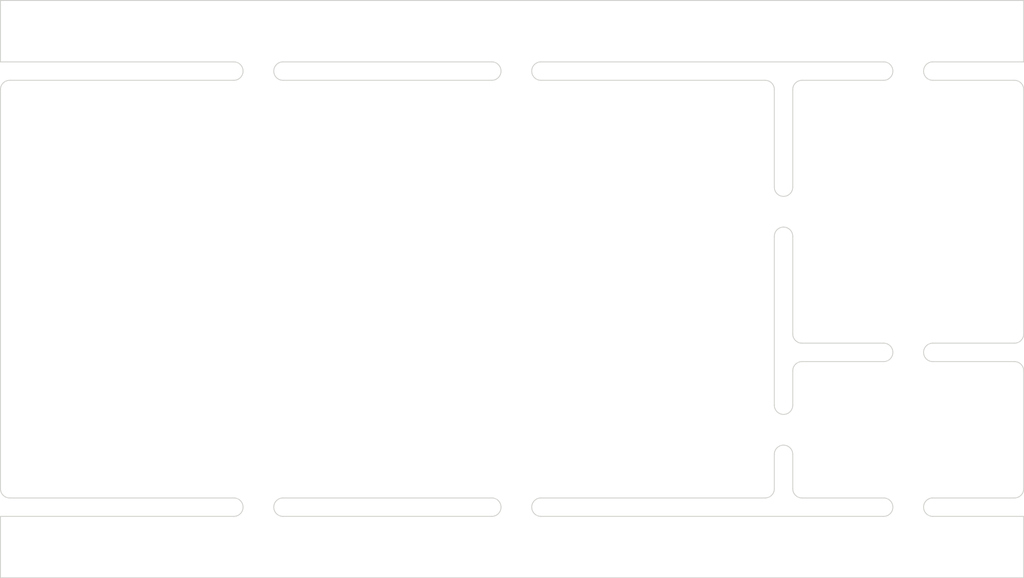
<source format=kicad_pcb>
(kicad_pcb (version 20171130) (host pcbnew "(5.1.9-0-10_14)")

  (general
    (thickness 1.6)
    (drawings 68)
    (tracks 0)
    (zones 0)
    (modules 13)
    (nets 1)
  )

  (page A4)
  (layers
    (0 F.Cu signal)
    (1 GND power)
    (2 PWR power)
    (31 B.Cu signal)
    (32 B.Adhes user)
    (33 F.Adhes user)
    (34 B.Paste user)
    (35 F.Paste user)
    (36 B.SilkS user)
    (37 F.SilkS user)
    (38 B.Mask user)
    (39 F.Mask user)
    (40 Dwgs.User user)
    (41 Cmts.User user)
    (42 Eco1.User user)
    (43 Eco2.User user)
    (44 Edge.Cuts user)
    (45 Margin user)
    (46 B.CrtYd user)
    (47 F.CrtYd user)
    (48 B.Fab user)
    (49 F.Fab user)
  )

  (setup
    (last_trace_width 0.2)
    (trace_clearance 0.2)
    (zone_clearance 0.2032)
    (zone_45_only no)
    (trace_min 0.1524)
    (via_size 0.6)
    (via_drill 0.3)
    (via_min_size 0.5)
    (via_min_drill 0.2)
    (uvia_size 0.3)
    (uvia_drill 0.1)
    (uvias_allowed no)
    (uvia_min_size 0.2)
    (uvia_min_drill 0.1)
    (edge_width 0.15)
    (segment_width 0.2)
    (pcb_text_width 0.125)
    (pcb_text_size 0.5 0.5)
    (mod_edge_width 0.05)
    (mod_text_size 0.6 0.6)
    (mod_text_width 0.125)
    (pad_size 0.6 0.6)
    (pad_drill 0.3)
    (pad_to_mask_clearance 0.045)
    (solder_mask_min_width 0.11)
    (aux_axis_origin 56 50)
    (grid_origin 56 50)
    (visible_elements FFFFF7FF)
    (pcbplotparams
      (layerselection 0x010f8_ffffffff)
      (usegerberextensions true)
      (usegerberattributes false)
      (usegerberadvancedattributes false)
      (creategerberjobfile false)
      (excludeedgelayer true)
      (linewidth 0.100000)
      (plotframeref false)
      (viasonmask false)
      (mode 1)
      (useauxorigin false)
      (hpglpennumber 1)
      (hpglpenspeed 20)
      (hpglpendiameter 15.000000)
      (psnegative false)
      (psa4output false)
      (plotreference true)
      (plotvalue true)
      (plotinvisibletext false)
      (padsonsilk false)
      (subtractmaskfromsilk false)
      (outputformat 1)
      (mirror false)
      (drillshape 0)
      (scaleselection 1)
      (outputdirectory "fab/"))
  )

  (net 0 "")

  (net_class Default "This is the default net class."
    (clearance 0.2)
    (trace_width 0.2)
    (via_dia 0.6)
    (via_drill 0.3)
    (uvia_dia 0.3)
    (uvia_drill 0.1)
  )

  (net_class DISPLAY ""
    (clearance 0.1524)
    (trace_width 0.1524)
    (via_dia 0.508)
    (via_drill 0.254)
    (uvia_dia 0.3)
    (uvia_drill 0.1)
    (diff_pair_width 0.175)
    (diff_pair_gap 0.1524)
  )

  (net_class POWER ""
    (clearance 0.2)
    (trace_width 0.25)
    (via_dia 0.6)
    (via_drill 0.3)
    (uvia_dia 0.3)
    (uvia_drill 0.1)
  )

  (module panelization:mouse-bite-3mm-slot (layer F.Cu) (tedit 60116438) (tstamp 6011C3B2)
    (at 183.5 119.9 90)
    (fp_text reference REF** (at 0 2.35 90) (layer F.SilkS) hide
      (effects (font (size 1 1) (thickness 0.2)))
    )
    (fp_text value mouse-bite-3mm-slot (at 0 -2.3 90) (layer F.Fab)
      (effects (font (size 1 1) (thickness 0.2)))
    )
    (fp_arc (start 4 0) (end 4 -1.5) (angle -180) (layer Dwgs.User) (width 0.15))
    (fp_arc (start -4 0) (end -4 1.5) (angle -180) (layer Dwgs.User) (width 0.15))
    (pad "" np_thru_hole circle (at 0.75 1.25 90) (size 0.5 0.5) (drill 0.5) (layers *.Cu *.Mask))
    (pad "" np_thru_hole circle (at -0.75 1.25 90) (size 0.5 0.5) (drill 0.5) (layers *.Cu *.Mask))
    (pad "" np_thru_hole circle (at -0.75 -1.25 90) (size 0.5 0.5) (drill 0.5) (layers *.Cu *.Mask))
    (pad "" np_thru_hole circle (at 0.75 -1.25 90) (size 0.5 0.5) (drill 0.5) (layers *.Cu *.Mask))
    (pad "" np_thru_hole circle (at 0 1.25 90) (size 0.5 0.5) (drill 0.5) (layers *.Cu *.Mask))
    (pad "" np_thru_hole circle (at 0 -1.25 90) (size 0.5 0.5) (drill 0.5) (layers *.Cu *.Mask))
    (pad "" np_thru_hole circle (at -1.5 1.25 90) (size 0.5 0.5) (drill 0.5) (layers *.Cu *.Mask))
    (pad "" np_thru_hole circle (at -2.25 1.25 90) (size 0.5 0.5) (drill 0.5) (layers *.Cu *.Mask))
    (pad "" np_thru_hole circle (at 1.5 1.25 90) (size 0.5 0.5) (drill 0.5) (layers *.Cu *.Mask))
    (pad "" np_thru_hole circle (at 2.25 1.25 90) (size 0.5 0.5) (drill 0.5) (layers *.Cu *.Mask))
    (pad "" np_thru_hole circle (at 1.5 -1.25 90) (size 0.5 0.5) (drill 0.5) (layers *.Cu *.Mask))
    (pad "" np_thru_hole circle (at 2.25 -1.25 90) (size 0.5 0.5) (drill 0.5) (layers *.Cu *.Mask))
    (pad "" np_thru_hole circle (at -2.25 -1.25 90) (size 0.5 0.5) (drill 0.5) (layers *.Cu *.Mask))
    (pad "" np_thru_hole circle (at -1.5 -1.25 90) (size 0.5 0.5) (drill 0.5) (layers *.Cu *.Mask))
  )

  (module panelization:mouse-bite-3mm-slot (layer F.Cu) (tedit 60116438) (tstamp 6011C3B2)
    (at 183.5 84.4 90)
    (fp_text reference REF** (at 0 2.35 90) (layer F.SilkS) hide
      (effects (font (size 1 1) (thickness 0.2)))
    )
    (fp_text value mouse-bite-3mm-slot (at 0 -2.3 90) (layer F.Fab)
      (effects (font (size 1 1) (thickness 0.2)))
    )
    (fp_arc (start 4 0) (end 4 -1.5) (angle -180) (layer Dwgs.User) (width 0.15))
    (fp_arc (start -4 0) (end -4 1.5) (angle -180) (layer Dwgs.User) (width 0.15))
    (pad "" np_thru_hole circle (at 0.75 1.25 90) (size 0.5 0.5) (drill 0.5) (layers *.Cu *.Mask))
    (pad "" np_thru_hole circle (at -0.75 1.25 90) (size 0.5 0.5) (drill 0.5) (layers *.Cu *.Mask))
    (pad "" np_thru_hole circle (at -0.75 -1.25 90) (size 0.5 0.5) (drill 0.5) (layers *.Cu *.Mask))
    (pad "" np_thru_hole circle (at 0.75 -1.25 90) (size 0.5 0.5) (drill 0.5) (layers *.Cu *.Mask))
    (pad "" np_thru_hole circle (at 0 1.25 90) (size 0.5 0.5) (drill 0.5) (layers *.Cu *.Mask))
    (pad "" np_thru_hole circle (at 0 -1.25 90) (size 0.5 0.5) (drill 0.5) (layers *.Cu *.Mask))
    (pad "" np_thru_hole circle (at -1.5 1.25 90) (size 0.5 0.5) (drill 0.5) (layers *.Cu *.Mask))
    (pad "" np_thru_hole circle (at -2.25 1.25 90) (size 0.5 0.5) (drill 0.5) (layers *.Cu *.Mask))
    (pad "" np_thru_hole circle (at 1.5 1.25 90) (size 0.5 0.5) (drill 0.5) (layers *.Cu *.Mask))
    (pad "" np_thru_hole circle (at 2.25 1.25 90) (size 0.5 0.5) (drill 0.5) (layers *.Cu *.Mask))
    (pad "" np_thru_hole circle (at 1.5 -1.25 90) (size 0.5 0.5) (drill 0.5) (layers *.Cu *.Mask))
    (pad "" np_thru_hole circle (at 2.25 -1.25 90) (size 0.5 0.5) (drill 0.5) (layers *.Cu *.Mask))
    (pad "" np_thru_hole circle (at -2.25 -1.25 90) (size 0.5 0.5) (drill 0.5) (layers *.Cu *.Mask))
    (pad "" np_thru_hole circle (at -1.5 -1.25 90) (size 0.5 0.5) (drill 0.5) (layers *.Cu *.Mask))
  )

  (module panelization:mouse-bite-3mm-slot (layer F.Cu) (tedit 60116438) (tstamp 6011C3B2)
    (at 98 132.5)
    (fp_text reference REF** (at 0 2.35) (layer F.SilkS) hide
      (effects (font (size 1 1) (thickness 0.2)))
    )
    (fp_text value mouse-bite-3mm-slot (at 0 -2.3) (layer F.Fab)
      (effects (font (size 1 1) (thickness 0.2)))
    )
    (fp_arc (start 4 0) (end 4 -1.5) (angle -180) (layer Dwgs.User) (width 0.15))
    (fp_arc (start -4 0) (end -4 1.5) (angle -180) (layer Dwgs.User) (width 0.15))
    (pad "" np_thru_hole circle (at 0.75 1.25) (size 0.5 0.5) (drill 0.5) (layers *.Cu *.Mask))
    (pad "" np_thru_hole circle (at -0.75 1.25) (size 0.5 0.5) (drill 0.5) (layers *.Cu *.Mask))
    (pad "" np_thru_hole circle (at -0.75 -1.25) (size 0.5 0.5) (drill 0.5) (layers *.Cu *.Mask))
    (pad "" np_thru_hole circle (at 0.75 -1.25) (size 0.5 0.5) (drill 0.5) (layers *.Cu *.Mask))
    (pad "" np_thru_hole circle (at 0 1.25) (size 0.5 0.5) (drill 0.5) (layers *.Cu *.Mask))
    (pad "" np_thru_hole circle (at 0 -1.25) (size 0.5 0.5) (drill 0.5) (layers *.Cu *.Mask))
    (pad "" np_thru_hole circle (at -1.5 1.25) (size 0.5 0.5) (drill 0.5) (layers *.Cu *.Mask))
    (pad "" np_thru_hole circle (at -2.25 1.25) (size 0.5 0.5) (drill 0.5) (layers *.Cu *.Mask))
    (pad "" np_thru_hole circle (at 1.5 1.25) (size 0.5 0.5) (drill 0.5) (layers *.Cu *.Mask))
    (pad "" np_thru_hole circle (at 2.25 1.25) (size 0.5 0.5) (drill 0.5) (layers *.Cu *.Mask))
    (pad "" np_thru_hole circle (at 1.5 -1.25) (size 0.5 0.5) (drill 0.5) (layers *.Cu *.Mask))
    (pad "" np_thru_hole circle (at 2.25 -1.25) (size 0.5 0.5) (drill 0.5) (layers *.Cu *.Mask))
    (pad "" np_thru_hole circle (at -2.25 -1.25) (size 0.5 0.5) (drill 0.5) (layers *.Cu *.Mask))
    (pad "" np_thru_hole circle (at -1.5 -1.25) (size 0.5 0.5) (drill 0.5) (layers *.Cu *.Mask))
  )

  (module panelization:mouse-bite-3mm-slot (layer F.Cu) (tedit 60116438) (tstamp 6011C3B2)
    (at 140 132.5)
    (fp_text reference REF** (at 0 2.35) (layer F.SilkS) hide
      (effects (font (size 1 1) (thickness 0.2)))
    )
    (fp_text value mouse-bite-3mm-slot (at 0 -2.3) (layer F.Fab)
      (effects (font (size 1 1) (thickness 0.2)))
    )
    (fp_arc (start 4 0) (end 4 -1.5) (angle -180) (layer Dwgs.User) (width 0.15))
    (fp_arc (start -4 0) (end -4 1.5) (angle -180) (layer Dwgs.User) (width 0.15))
    (pad "" np_thru_hole circle (at 0.75 1.25) (size 0.5 0.5) (drill 0.5) (layers *.Cu *.Mask))
    (pad "" np_thru_hole circle (at -0.75 1.25) (size 0.5 0.5) (drill 0.5) (layers *.Cu *.Mask))
    (pad "" np_thru_hole circle (at -0.75 -1.25) (size 0.5 0.5) (drill 0.5) (layers *.Cu *.Mask))
    (pad "" np_thru_hole circle (at 0.75 -1.25) (size 0.5 0.5) (drill 0.5) (layers *.Cu *.Mask))
    (pad "" np_thru_hole circle (at 0 1.25) (size 0.5 0.5) (drill 0.5) (layers *.Cu *.Mask))
    (pad "" np_thru_hole circle (at 0 -1.25) (size 0.5 0.5) (drill 0.5) (layers *.Cu *.Mask))
    (pad "" np_thru_hole circle (at -1.5 1.25) (size 0.5 0.5) (drill 0.5) (layers *.Cu *.Mask))
    (pad "" np_thru_hole circle (at -2.25 1.25) (size 0.5 0.5) (drill 0.5) (layers *.Cu *.Mask))
    (pad "" np_thru_hole circle (at 1.5 1.25) (size 0.5 0.5) (drill 0.5) (layers *.Cu *.Mask))
    (pad "" np_thru_hole circle (at 2.25 1.25) (size 0.5 0.5) (drill 0.5) (layers *.Cu *.Mask))
    (pad "" np_thru_hole circle (at 1.5 -1.25) (size 0.5 0.5) (drill 0.5) (layers *.Cu *.Mask))
    (pad "" np_thru_hole circle (at 2.25 -1.25) (size 0.5 0.5) (drill 0.5) (layers *.Cu *.Mask))
    (pad "" np_thru_hole circle (at -2.25 -1.25) (size 0.5 0.5) (drill 0.5) (layers *.Cu *.Mask))
    (pad "" np_thru_hole circle (at -1.5 -1.25) (size 0.5 0.5) (drill 0.5) (layers *.Cu *.Mask))
  )

  (module panelization:mouse-bite-3mm-slot (layer F.Cu) (tedit 60116438) (tstamp 6011C3B2)
    (at 203.8 132.5)
    (fp_text reference REF** (at 0 2.35) (layer F.SilkS) hide
      (effects (font (size 1 1) (thickness 0.2)))
    )
    (fp_text value mouse-bite-3mm-slot (at 0 -2.3) (layer F.Fab)
      (effects (font (size 1 1) (thickness 0.2)))
    )
    (fp_arc (start 4 0) (end 4 -1.5) (angle -180) (layer Dwgs.User) (width 0.15))
    (fp_arc (start -4 0) (end -4 1.5) (angle -180) (layer Dwgs.User) (width 0.15))
    (pad "" np_thru_hole circle (at 0.75 1.25) (size 0.5 0.5) (drill 0.5) (layers *.Cu *.Mask))
    (pad "" np_thru_hole circle (at -0.75 1.25) (size 0.5 0.5) (drill 0.5) (layers *.Cu *.Mask))
    (pad "" np_thru_hole circle (at -0.75 -1.25) (size 0.5 0.5) (drill 0.5) (layers *.Cu *.Mask))
    (pad "" np_thru_hole circle (at 0.75 -1.25) (size 0.5 0.5) (drill 0.5) (layers *.Cu *.Mask))
    (pad "" np_thru_hole circle (at 0 1.25) (size 0.5 0.5) (drill 0.5) (layers *.Cu *.Mask))
    (pad "" np_thru_hole circle (at 0 -1.25) (size 0.5 0.5) (drill 0.5) (layers *.Cu *.Mask))
    (pad "" np_thru_hole circle (at -1.5 1.25) (size 0.5 0.5) (drill 0.5) (layers *.Cu *.Mask))
    (pad "" np_thru_hole circle (at -2.25 1.25) (size 0.5 0.5) (drill 0.5) (layers *.Cu *.Mask))
    (pad "" np_thru_hole circle (at 1.5 1.25) (size 0.5 0.5) (drill 0.5) (layers *.Cu *.Mask))
    (pad "" np_thru_hole circle (at 2.25 1.25) (size 0.5 0.5) (drill 0.5) (layers *.Cu *.Mask))
    (pad "" np_thru_hole circle (at 1.5 -1.25) (size 0.5 0.5) (drill 0.5) (layers *.Cu *.Mask))
    (pad "" np_thru_hole circle (at 2.25 -1.25) (size 0.5 0.5) (drill 0.5) (layers *.Cu *.Mask))
    (pad "" np_thru_hole circle (at -2.25 -1.25) (size 0.5 0.5) (drill 0.5) (layers *.Cu *.Mask))
    (pad "" np_thru_hole circle (at -1.5 -1.25) (size 0.5 0.5) (drill 0.5) (layers *.Cu *.Mask))
  )

  (module panelization:mouse-bite-3mm-slot (layer F.Cu) (tedit 60116438) (tstamp 6011C3B2)
    (at 203.8 107.3)
    (fp_text reference REF** (at 0 2.35) (layer F.SilkS) hide
      (effects (font (size 1 1) (thickness 0.2)))
    )
    (fp_text value mouse-bite-3mm-slot (at 0 -2.3) (layer F.Fab)
      (effects (font (size 1 1) (thickness 0.2)))
    )
    (fp_arc (start 4 0) (end 4 -1.5) (angle -180) (layer Dwgs.User) (width 0.15))
    (fp_arc (start -4 0) (end -4 1.5) (angle -180) (layer Dwgs.User) (width 0.15))
    (pad "" np_thru_hole circle (at 0.75 1.25) (size 0.5 0.5) (drill 0.5) (layers *.Cu *.Mask))
    (pad "" np_thru_hole circle (at -0.75 1.25) (size 0.5 0.5) (drill 0.5) (layers *.Cu *.Mask))
    (pad "" np_thru_hole circle (at -0.75 -1.25) (size 0.5 0.5) (drill 0.5) (layers *.Cu *.Mask))
    (pad "" np_thru_hole circle (at 0.75 -1.25) (size 0.5 0.5) (drill 0.5) (layers *.Cu *.Mask))
    (pad "" np_thru_hole circle (at 0 1.25) (size 0.5 0.5) (drill 0.5) (layers *.Cu *.Mask))
    (pad "" np_thru_hole circle (at 0 -1.25) (size 0.5 0.5) (drill 0.5) (layers *.Cu *.Mask))
    (pad "" np_thru_hole circle (at -1.5 1.25) (size 0.5 0.5) (drill 0.5) (layers *.Cu *.Mask))
    (pad "" np_thru_hole circle (at -2.25 1.25) (size 0.5 0.5) (drill 0.5) (layers *.Cu *.Mask))
    (pad "" np_thru_hole circle (at 1.5 1.25) (size 0.5 0.5) (drill 0.5) (layers *.Cu *.Mask))
    (pad "" np_thru_hole circle (at 2.25 1.25) (size 0.5 0.5) (drill 0.5) (layers *.Cu *.Mask))
    (pad "" np_thru_hole circle (at 1.5 -1.25) (size 0.5 0.5) (drill 0.5) (layers *.Cu *.Mask))
    (pad "" np_thru_hole circle (at 2.25 -1.25) (size 0.5 0.5) (drill 0.5) (layers *.Cu *.Mask))
    (pad "" np_thru_hole circle (at -2.25 -1.25) (size 0.5 0.5) (drill 0.5) (layers *.Cu *.Mask))
    (pad "" np_thru_hole circle (at -1.5 -1.25) (size 0.5 0.5) (drill 0.5) (layers *.Cu *.Mask))
  )

  (module panelization:mouse-bite-3mm-slot (layer F.Cu) (tedit 60116438) (tstamp 6011C3B2)
    (at 203.8 61.5)
    (fp_text reference REF** (at 0 2.35) (layer F.SilkS) hide
      (effects (font (size 1 1) (thickness 0.2)))
    )
    (fp_text value mouse-bite-3mm-slot (at 0 -2.3) (layer F.Fab)
      (effects (font (size 1 1) (thickness 0.2)))
    )
    (fp_arc (start 4 0) (end 4 -1.5) (angle -180) (layer Dwgs.User) (width 0.15))
    (fp_arc (start -4 0) (end -4 1.5) (angle -180) (layer Dwgs.User) (width 0.15))
    (pad "" np_thru_hole circle (at 0.75 1.25) (size 0.5 0.5) (drill 0.5) (layers *.Cu *.Mask))
    (pad "" np_thru_hole circle (at -0.75 1.25) (size 0.5 0.5) (drill 0.5) (layers *.Cu *.Mask))
    (pad "" np_thru_hole circle (at -0.75 -1.25) (size 0.5 0.5) (drill 0.5) (layers *.Cu *.Mask))
    (pad "" np_thru_hole circle (at 0.75 -1.25) (size 0.5 0.5) (drill 0.5) (layers *.Cu *.Mask))
    (pad "" np_thru_hole circle (at 0 1.25) (size 0.5 0.5) (drill 0.5) (layers *.Cu *.Mask))
    (pad "" np_thru_hole circle (at 0 -1.25) (size 0.5 0.5) (drill 0.5) (layers *.Cu *.Mask))
    (pad "" np_thru_hole circle (at -1.5 1.25) (size 0.5 0.5) (drill 0.5) (layers *.Cu *.Mask))
    (pad "" np_thru_hole circle (at -2.25 1.25) (size 0.5 0.5) (drill 0.5) (layers *.Cu *.Mask))
    (pad "" np_thru_hole circle (at 1.5 1.25) (size 0.5 0.5) (drill 0.5) (layers *.Cu *.Mask))
    (pad "" np_thru_hole circle (at 2.25 1.25) (size 0.5 0.5) (drill 0.5) (layers *.Cu *.Mask))
    (pad "" np_thru_hole circle (at 1.5 -1.25) (size 0.5 0.5) (drill 0.5) (layers *.Cu *.Mask))
    (pad "" np_thru_hole circle (at 2.25 -1.25) (size 0.5 0.5) (drill 0.5) (layers *.Cu *.Mask))
    (pad "" np_thru_hole circle (at -2.25 -1.25) (size 0.5 0.5) (drill 0.5) (layers *.Cu *.Mask))
    (pad "" np_thru_hole circle (at -1.5 -1.25) (size 0.5 0.5) (drill 0.5) (layers *.Cu *.Mask))
  )

  (module panelization:mouse-bite-3mm-slot (layer F.Cu) (tedit 60116438) (tstamp 6011C3B2)
    (at 140 61.5)
    (fp_text reference REF** (at 0 2.35) (layer F.SilkS) hide
      (effects (font (size 1 1) (thickness 0.2)))
    )
    (fp_text value mouse-bite-3mm-slot (at 0 -2.3) (layer F.Fab)
      (effects (font (size 1 1) (thickness 0.2)))
    )
    (fp_arc (start 4 0) (end 4 -1.5) (angle -180) (layer Dwgs.User) (width 0.15))
    (fp_arc (start -4 0) (end -4 1.5) (angle -180) (layer Dwgs.User) (width 0.15))
    (pad "" np_thru_hole circle (at 0.75 1.25) (size 0.5 0.5) (drill 0.5) (layers *.Cu *.Mask))
    (pad "" np_thru_hole circle (at -0.75 1.25) (size 0.5 0.5) (drill 0.5) (layers *.Cu *.Mask))
    (pad "" np_thru_hole circle (at -0.75 -1.25) (size 0.5 0.5) (drill 0.5) (layers *.Cu *.Mask))
    (pad "" np_thru_hole circle (at 0.75 -1.25) (size 0.5 0.5) (drill 0.5) (layers *.Cu *.Mask))
    (pad "" np_thru_hole circle (at 0 1.25) (size 0.5 0.5) (drill 0.5) (layers *.Cu *.Mask))
    (pad "" np_thru_hole circle (at 0 -1.25) (size 0.5 0.5) (drill 0.5) (layers *.Cu *.Mask))
    (pad "" np_thru_hole circle (at -1.5 1.25) (size 0.5 0.5) (drill 0.5) (layers *.Cu *.Mask))
    (pad "" np_thru_hole circle (at -2.25 1.25) (size 0.5 0.5) (drill 0.5) (layers *.Cu *.Mask))
    (pad "" np_thru_hole circle (at 1.5 1.25) (size 0.5 0.5) (drill 0.5) (layers *.Cu *.Mask))
    (pad "" np_thru_hole circle (at 2.25 1.25) (size 0.5 0.5) (drill 0.5) (layers *.Cu *.Mask))
    (pad "" np_thru_hole circle (at 1.5 -1.25) (size 0.5 0.5) (drill 0.5) (layers *.Cu *.Mask))
    (pad "" np_thru_hole circle (at 2.25 -1.25) (size 0.5 0.5) (drill 0.5) (layers *.Cu *.Mask))
    (pad "" np_thru_hole circle (at -2.25 -1.25) (size 0.5 0.5) (drill 0.5) (layers *.Cu *.Mask))
    (pad "" np_thru_hole circle (at -1.5 -1.25) (size 0.5 0.5) (drill 0.5) (layers *.Cu *.Mask))
  )

  (module panelization:mouse-bite-3mm-slot (layer F.Cu) (tedit 60116438) (tstamp 6011C39D)
    (at 98 61.5)
    (fp_text reference REF** (at 0 2.35) (layer F.SilkS) hide
      (effects (font (size 1 1) (thickness 0.2)))
    )
    (fp_text value mouse-bite-3mm-slot (at 0 -2.3) (layer F.Fab)
      (effects (font (size 1 1) (thickness 0.2)))
    )
    (fp_arc (start -4 0) (end -4 1.5) (angle -180) (layer Dwgs.User) (width 0.15))
    (fp_arc (start 4 0) (end 4 -1.5) (angle -180) (layer Dwgs.User) (width 0.15))
    (pad "" np_thru_hole circle (at -1.5 -1.25) (size 0.5 0.5) (drill 0.5) (layers *.Cu *.Mask))
    (pad "" np_thru_hole circle (at -2.25 -1.25) (size 0.5 0.5) (drill 0.5) (layers *.Cu *.Mask))
    (pad "" np_thru_hole circle (at 2.25 -1.25) (size 0.5 0.5) (drill 0.5) (layers *.Cu *.Mask))
    (pad "" np_thru_hole circle (at 1.5 -1.25) (size 0.5 0.5) (drill 0.5) (layers *.Cu *.Mask))
    (pad "" np_thru_hole circle (at 2.25 1.25) (size 0.5 0.5) (drill 0.5) (layers *.Cu *.Mask))
    (pad "" np_thru_hole circle (at 1.5 1.25) (size 0.5 0.5) (drill 0.5) (layers *.Cu *.Mask))
    (pad "" np_thru_hole circle (at -2.25 1.25) (size 0.5 0.5) (drill 0.5) (layers *.Cu *.Mask))
    (pad "" np_thru_hole circle (at -1.5 1.25) (size 0.5 0.5) (drill 0.5) (layers *.Cu *.Mask))
    (pad "" np_thru_hole circle (at 0 -1.25) (size 0.5 0.5) (drill 0.5) (layers *.Cu *.Mask))
    (pad "" np_thru_hole circle (at 0 1.25) (size 0.5 0.5) (drill 0.5) (layers *.Cu *.Mask))
    (pad "" np_thru_hole circle (at 0.75 -1.25) (size 0.5 0.5) (drill 0.5) (layers *.Cu *.Mask))
    (pad "" np_thru_hole circle (at -0.75 -1.25) (size 0.5 0.5) (drill 0.5) (layers *.Cu *.Mask))
    (pad "" np_thru_hole circle (at -0.75 1.25) (size 0.5 0.5) (drill 0.5) (layers *.Cu *.Mask))
    (pad "" np_thru_hole circle (at 0.75 1.25) (size 0.5 0.5) (drill 0.5) (layers *.Cu *.Mask))
  )

  (module panelization:4MM_Stencil_Hole (layer F.Cu) (tedit 6011639F) (tstamp 6010ADB0)
    (at 66 139)
    (fp_text reference REF** (at 0 3) (layer F.SilkS) hide
      (effects (font (size 1 1) (thickness 0.15)))
    )
    (fp_text value 4MM_Stencil_Hole (at 0 -3) (layer F.Fab)
      (effects (font (size 1 1) (thickness 0.15)))
    )
    (pad "" np_thru_hole circle (at 0 0) (size 4 4) (drill 4) (layers *.Cu *.Paste *.Mask))
  )

  (module panelization:4MM_Stencil_Hole (layer F.Cu) (tedit 6011639F) (tstamp 6010AD9B)
    (at 212.6 139)
    (fp_text reference REF** (at 0 3) (layer F.SilkS) hide
      (effects (font (size 1 1) (thickness 0.15)))
    )
    (fp_text value 4MM_Stencil_Hole (at 0 -3) (layer F.Fab)
      (effects (font (size 1 1) (thickness 0.15)))
    )
    (pad "" np_thru_hole circle (at 0 0) (size 4 4) (drill 4) (layers *.Cu *.Paste *.Mask))
  )

  (module panelization:4MM_Stencil_Hole (layer F.Cu) (tedit 6011639F) (tstamp 6010AD86)
    (at 212.6 55)
    (fp_text reference REF** (at 0 3) (layer F.SilkS) hide
      (effects (font (size 1 1) (thickness 0.15)))
    )
    (fp_text value 4MM_Stencil_Hole (at 0 -3) (layer F.Fab)
      (effects (font (size 1 1) (thickness 0.15)))
    )
    (pad "" np_thru_hole circle (at 0 0) (size 4 4) (drill 4) (layers *.Cu *.Paste *.Mask))
  )

  (module panelization:4MM_Stencil_Hole (layer F.Cu) (tedit 6011639F) (tstamp 6010AD71)
    (at 66 55)
    (fp_text reference REF** (at 0 3) (layer F.SilkS) hide
      (effects (font (size 1 1) (thickness 0.15)))
    )
    (fp_text value 4MM_Stencil_Hole (at 0 -3) (layer F.Fab)
      (effects (font (size 1 1) (thickness 0.15)))
    )
    (pad "" np_thru_hole circle (at 0 0) (size 4 4) (drill 4) (layers *.Cu *.Paste *.Mask))
  )

  (gr_arc (start 94 61.5) (end 94 63) (angle -180) (layer Edge.Cuts) (width 0.15))
  (gr_arc (start 102 61.5) (end 102 60) (angle -180) (layer Edge.Cuts) (width 0.15))
  (gr_arc (start 136 61.5) (end 136 63) (angle -180) (layer Edge.Cuts) (width 0.15))
  (gr_arc (start 144 61.5) (end 144 60) (angle -180) (layer Edge.Cuts) (width 0.15))
  (gr_arc (start 199.8 61.5) (end 199.8 63) (angle -180) (layer Edge.Cuts) (width 0.15))
  (gr_arc (start 207.8 61.5) (end 207.8 60) (angle -180) (layer Edge.Cuts) (width 0.15))
  (gr_arc (start 183.5 80.4) (end 182 80.4) (angle -180) (layer Edge.Cuts) (width 0.15))
  (gr_arc (start 183.5 88.4) (end 185 88.4) (angle -180) (layer Edge.Cuts) (width 0.15))
  (gr_arc (start 199.8 107.3) (end 199.8 108.8) (angle -180) (layer Edge.Cuts) (width 0.15))
  (gr_arc (start 207.8 107.3) (end 207.8 105.8) (angle -180) (layer Edge.Cuts) (width 0.15))
  (gr_arc (start 207.8 132.5) (end 207.8 131) (angle -180) (layer Edge.Cuts) (width 0.15))
  (gr_line (start 144 63) (end 180.5 63) (layer Edge.Cuts) (width 0.15) (tstamp 6011C4D9))
  (gr_line (start 199.8 60) (end 144 60) (layer Edge.Cuts) (width 0.15))
  (gr_line (start 222.6 60) (end 207.8 60) (layer Edge.Cuts) (width 0.15))
  (gr_line (start 207.8 63) (end 221.1 63) (layer Edge.Cuts) (width 0.15) (tstamp 6011C4D7))
  (gr_line (start 186.5 63) (end 199.8 63) (layer Edge.Cuts) (width 0.15))
  (gr_line (start 182 80.4) (end 182 64.5) (layer Edge.Cuts) (width 0.15) (tstamp 6011C4D6))
  (gr_line (start 185 80.4) (end 185 64.5) (layer Edge.Cuts) (width 0.15) (tstamp 6011C4D5))
  (gr_line (start 182 129.5) (end 182 123.9) (layer Edge.Cuts) (width 0.15))
  (gr_line (start 185 129.5) (end 185 123.9) (layer Edge.Cuts) (width 0.15))
  (gr_line (start 185 115.9) (end 185 110.3) (layer Edge.Cuts) (width 0.15) (tstamp 6011C4D4))
  (gr_line (start 182 88.4) (end 182 115.9) (layer Edge.Cuts) (width 0.15))
  (gr_line (start 185 104.3) (end 185 88.4) (layer Edge.Cuts) (width 0.15))
  (gr_line (start 186.5 108.8) (end 199.8 108.8) (layer Edge.Cuts) (width 0.15))
  (gr_line (start 199.8 105.8) (end 186.5 105.8) (layer Edge.Cuts) (width 0.15) (tstamp 6011C4D2))
  (gr_line (start 207.8 105.8) (end 221.1 105.8) (layer Edge.Cuts) (width 0.15) (tstamp 6011C4D1))
  (gr_line (start 207.8 108.8) (end 221.1 108.8) (layer Edge.Cuts) (width 0.15) (tstamp 6011C4D0))
  (gr_line (start 207.8 134) (end 222.6 134) (layer Edge.Cuts) (width 0.15) (tstamp 6011C4CF))
  (gr_line (start 207.8 131) (end 221.1 131) (layer Edge.Cuts) (width 0.15) (tstamp 6011C4CE))
  (gr_line (start 186.5 131) (end 199.8 131) (layer Edge.Cuts) (width 0.15))
  (gr_line (start 144 134) (end 199.8 134) (layer Edge.Cuts) (width 0.15))
  (gr_line (start 144 131) (end 180.5 131) (layer Edge.Cuts) (width 0.15) (tstamp 6011C4CD))
  (gr_line (start 136 131) (end 102 131) (layer Edge.Cuts) (width 0.15))
  (gr_line (start 102 134) (end 136 134) (layer Edge.Cuts) (width 0.15))
  (gr_line (start 94 134) (end 56 134) (layer Edge.Cuts) (width 0.15) (tstamp 6011C4CC))
  (gr_line (start 57.5 131) (end 94 131) (layer Edge.Cuts) (width 0.15))
  (gr_line (start 136 60) (end 102 60) (layer Edge.Cuts) (width 0.15))
  (gr_line (start 102 63) (end 136 63) (layer Edge.Cuts) (width 0.15))
  (gr_line (start 94 60) (end 56 60) (layer Edge.Cuts) (width 0.15) (tstamp 6011C498))
  (gr_line (start 57.5 63) (end 94 63) (layer Edge.Cuts) (width 0.15))
  (gr_arc (start 94 132.5) (end 94 134) (angle -180) (layer Edge.Cuts) (width 0.15))
  (gr_arc (start 102 132.5) (end 102 131) (angle -180) (layer Edge.Cuts) (width 0.15))
  (gr_arc (start 136 132.5) (end 136 134) (angle -180) (layer Edge.Cuts) (width 0.15))
  (gr_arc (start 144 132.5) (end 144 131) (angle -180) (layer Edge.Cuts) (width 0.15))
  (gr_arc (start 199.8 132.5) (end 199.8 134) (angle -180) (layer Edge.Cuts) (width 0.15))
  (gr_arc (start 183.5 123.9) (end 185 123.9) (angle -180) (layer Edge.Cuts) (width 0.15))
  (gr_arc (start 183.5 115.9) (end 182 115.9) (angle -180) (layer Edge.Cuts) (width 0.15))
  (gr_arc (start 186.5 110.3) (end 186.5 108.8) (angle -90) (layer Edge.Cuts) (width 0.15))
  (gr_arc (start 221.1 110.3) (end 222.6 110.3) (angle -90) (layer Edge.Cuts) (width 0.15))
  (gr_arc (start 221.1 129.5) (end 221.1 131) (angle -90) (layer Edge.Cuts) (width 0.15))
  (gr_arc (start 186.5 129.5) (end 185 129.5) (angle -90) (layer Edge.Cuts) (width 0.15))
  (gr_line (start 222.6 110.3) (end 222.6 129.5) (layer Edge.Cuts) (width 0.15))
  (gr_line (start 222.6 50) (end 56 50) (layer Edge.Cuts) (width 0.15) (tstamp 6010A889))
  (gr_line (start 56 60) (end 56 50) (layer Edge.Cuts) (width 0.15) (tstamp 6010A824))
  (gr_line (start 222.6 50) (end 222.6 60) (layer Edge.Cuts) (width 0.15) (tstamp 6010A803))
  (gr_line (start 56 144) (end 56 134) (layer Edge.Cuts) (width 0.15))
  (gr_line (start 222.6 144) (end 56 144) (layer Edge.Cuts) (width 0.15))
  (gr_line (start 222.6 134) (end 222.6 144) (layer Edge.Cuts) (width 0.15) (tstamp 60D9E01D))
  (gr_arc (start 186.5 104.3) (end 185 104.3) (angle -90) (layer Edge.Cuts) (width 0.15) (tstamp 6010A75D))
  (gr_arc (start 186.5 64.5) (end 186.5 63) (angle -90) (layer Edge.Cuts) (width 0.15) (tstamp 6010A760))
  (gr_line (start 222.6 64.5) (end 222.6 104.3) (layer Edge.Cuts) (width 0.15) (tstamp 6010A763))
  (gr_arc (start 221.1 64.5) (end 222.6 64.5) (angle -90) (layer Edge.Cuts) (width 0.15) (tstamp 6010A769))
  (gr_arc (start 221.1 104.3) (end 221.1 105.8) (angle -90) (layer Edge.Cuts) (width 0.15) (tstamp 6010A75A))
  (gr_arc (start 57.5 64.5) (end 57.5 63) (angle -90) (layer Edge.Cuts) (width 0.15) (tstamp 6011016D))
  (gr_line (start 56 129.5) (end 56 64.5) (layer Edge.Cuts) (width 0.15) (tstamp 6011016A))
  (gr_arc (start 180.5 64.5) (end 182 64.5) (angle -90) (layer Edge.Cuts) (width 0.15) (tstamp 60110168))
  (gr_arc (start 180.5 129.5) (end 180.5 131) (angle -90) (layer Edge.Cuts) (width 0.15) (tstamp 60110167))
  (gr_arc (start 57.5 129.5) (end 56 129.5) (angle -90) (layer Edge.Cuts) (width 0.15) (tstamp 60110166))

)

</source>
